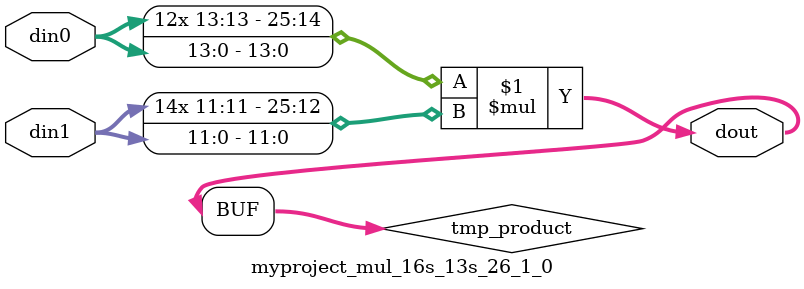
<source format=v>

`timescale 1 ns / 1 ps

  module myproject_mul_16s_13s_26_1_0(din0, din1, dout);
parameter ID = 1;
parameter NUM_STAGE = 0;
parameter din0_WIDTH = 14;
parameter din1_WIDTH = 12;
parameter dout_WIDTH = 26;

input [din0_WIDTH - 1 : 0] din0; 
input [din1_WIDTH - 1 : 0] din1; 
output [dout_WIDTH - 1 : 0] dout;

wire signed [dout_WIDTH - 1 : 0] tmp_product;













assign tmp_product = $signed(din0) * $signed(din1);








assign dout = tmp_product;







endmodule

</source>
